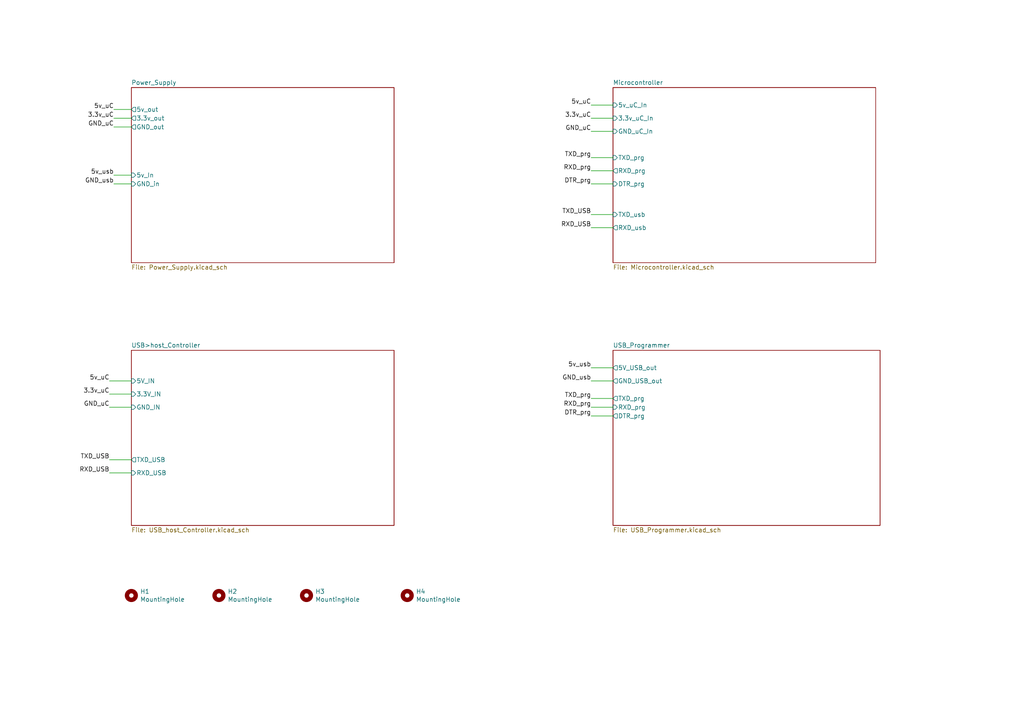
<source format=kicad_sch>
(kicad_sch (version 20211123) (generator eeschema)

  (uuid 700e8b73-5976-423f-a3f3-ab3d9f3e9760)

  (paper "A4")

  (lib_symbols
    (symbol "Mechanical:MountingHole" (pin_names (offset 1.016)) (in_bom yes) (on_board yes)
      (property "Reference" "H" (id 0) (at 0 5.08 0)
        (effects (font (size 1.27 1.27)))
      )
      (property "Value" "MountingHole" (id 1) (at 0 3.175 0)
        (effects (font (size 1.27 1.27)))
      )
      (property "Footprint" "" (id 2) (at 0 0 0)
        (effects (font (size 1.27 1.27)) hide)
      )
      (property "Datasheet" "~" (id 3) (at 0 0 0)
        (effects (font (size 1.27 1.27)) hide)
      )
      (property "ki_keywords" "mounting hole" (id 4) (at 0 0 0)
        (effects (font (size 1.27 1.27)) hide)
      )
      (property "ki_description" "Mounting Hole without connection" (id 5) (at 0 0 0)
        (effects (font (size 1.27 1.27)) hide)
      )
      (property "ki_fp_filters" "MountingHole*" (id 6) (at 0 0 0)
        (effects (font (size 1.27 1.27)) hide)
      )
      (symbol "MountingHole_0_1"
        (circle (center 0 0) (radius 1.27)
          (stroke (width 1.27) (type default) (color 0 0 0 0))
          (fill (type none))
        )
      )
    )
  )


  (wire (pts (xy 31.75 110.49) (xy 38.1 110.49))
    (stroke (width 0) (type default) (color 0 0 0 0))
    (uuid 00f3ea8b-8a54-4e56-84ff-d98f6c00496c)
  )
  (wire (pts (xy 171.45 38.1) (xy 177.8 38.1))
    (stroke (width 0) (type default) (color 0 0 0 0))
    (uuid 1199146e-a60b-416a-b503-e77d6d2892f9)
  )
  (wire (pts (xy 31.75 114.3) (xy 38.1 114.3))
    (stroke (width 0) (type default) (color 0 0 0 0))
    (uuid 221bef83-3ea7-4d3f-adeb-53a8a07c6273)
  )
  (wire (pts (xy 171.45 106.68) (xy 177.8 106.68))
    (stroke (width 0) (type default) (color 0 0 0 0))
    (uuid 2891767f-251c-48c4-91c0-deb1b368f45c)
  )
  (wire (pts (xy 171.45 53.34) (xy 177.8 53.34))
    (stroke (width 0) (type default) (color 0 0 0 0))
    (uuid 3f43d730-2a73-49fe-9672-32428e7f5b49)
  )
  (wire (pts (xy 171.45 118.11) (xy 177.8 118.11))
    (stroke (width 0) (type default) (color 0 0 0 0))
    (uuid 411d4270-c66c-4318-b7fb-1470d34862b8)
  )
  (wire (pts (xy 171.45 30.48) (xy 177.8 30.48))
    (stroke (width 0) (type default) (color 0 0 0 0))
    (uuid 477892a1-722e-4cda-bb6c-fcdb8ba5f93e)
  )
  (wire (pts (xy 171.45 34.29) (xy 177.8 34.29))
    (stroke (width 0) (type default) (color 0 0 0 0))
    (uuid 479331ff-c540-41f4-84e6-b48d65171e59)
  )
  (wire (pts (xy 31.75 118.11) (xy 38.1 118.11))
    (stroke (width 0) (type default) (color 0 0 0 0))
    (uuid 4ba06b66-7669-4c70-b585-f5d4c9c33527)
  )
  (wire (pts (xy 33.02 34.29) (xy 38.1 34.29))
    (stroke (width 0) (type default) (color 0 0 0 0))
    (uuid 61fe4c73-be59-4519-98f1-a634322a841d)
  )
  (wire (pts (xy 33.02 36.83) (xy 38.1 36.83))
    (stroke (width 0) (type default) (color 0 0 0 0))
    (uuid 699feae1-8cdd-4d2b-947f-f24849c73cdb)
  )
  (wire (pts (xy 171.45 110.49) (xy 177.8 110.49))
    (stroke (width 0) (type default) (color 0 0 0 0))
    (uuid 71f92193-19b0-44ed-bc7f-77535083d769)
  )
  (wire (pts (xy 171.45 115.57) (xy 177.8 115.57))
    (stroke (width 0) (type default) (color 0 0 0 0))
    (uuid 795e68e2-c9ba-45cf-9bff-89b8fae05b5a)
  )
  (wire (pts (xy 171.45 66.04) (xy 177.8 66.04))
    (stroke (width 0) (type default) (color 0 0 0 0))
    (uuid 9031bb33-c6aa-4758-bf5c-3274ed3ebab7)
  )
  (wire (pts (xy 31.75 137.16) (xy 38.1 137.16))
    (stroke (width 0) (type default) (color 0 0 0 0))
    (uuid 9186fd02-f30d-4e17-aa38-378ab73e3908)
  )
  (wire (pts (xy 171.45 49.53) (xy 177.8 49.53))
    (stroke (width 0) (type default) (color 0 0 0 0))
    (uuid 98b00c9d-9188-4bce-aa70-92d12dd9cf82)
  )
  (wire (pts (xy 171.45 45.72) (xy 177.8 45.72))
    (stroke (width 0) (type default) (color 0 0 0 0))
    (uuid afd38b10-2eca-4abe-aed1-a96fb07ffdbe)
  )
  (wire (pts (xy 33.02 50.8) (xy 38.1 50.8))
    (stroke (width 0) (type default) (color 0 0 0 0))
    (uuid b6cd701f-4223-4e72-a305-466869ccb250)
  )
  (wire (pts (xy 33.02 31.75) (xy 38.1 31.75))
    (stroke (width 0) (type default) (color 0 0 0 0))
    (uuid c0c2eb8e-f6d1-4506-8e6b-4f995ad74c1f)
  )
  (wire (pts (xy 171.45 120.65) (xy 177.8 120.65))
    (stroke (width 0) (type default) (color 0 0 0 0))
    (uuid c8b92953-cd23-44e6-85ce-083fb8c3f20f)
  )
  (wire (pts (xy 31.75 133.35) (xy 38.1 133.35))
    (stroke (width 0) (type default) (color 0 0 0 0))
    (uuid e7369115-d491-4ef3-be3d-f5298992c3e8)
  )
  (wire (pts (xy 33.02 53.34) (xy 38.1 53.34))
    (stroke (width 0) (type default) (color 0 0 0 0))
    (uuid e7e08b48-3d04-49da-8349-6de530a20c67)
  )
  (wire (pts (xy 171.45 62.23) (xy 177.8 62.23))
    (stroke (width 0) (type default) (color 0 0 0 0))
    (uuid f1a9fb80-4cc4-410f-9616-e19c969dcab5)
  )

  (label "3.3v_uC" (at 31.75 114.3 180)
    (effects (font (size 1.27 1.27)) (justify right bottom))
    (uuid 009b5465-0a65-4237-93e7-eb65321eeb18)
  )
  (label "DTR_prg" (at 171.45 120.65 180)
    (effects (font (size 1.27 1.27)) (justify right bottom))
    (uuid 0520f61d-4522-4301-a3fa-8ed0bf060f69)
  )
  (label "TXD_prg" (at 171.45 115.57 180)
    (effects (font (size 1.27 1.27)) (justify right bottom))
    (uuid 143ed874-a01f-4ced-ba4e-bbb66ddd1f70)
  )
  (label "5v_uC" (at 33.02 31.75 180)
    (effects (font (size 1.27 1.27)) (justify right bottom))
    (uuid 38a501e2-0ee8-439d-bd02-e9e90e7503e9)
  )
  (label "5v_uC" (at 171.45 30.48 180)
    (effects (font (size 1.27 1.27)) (justify right bottom))
    (uuid 4d586a18-26c5-441e-a9ff-8125ee516126)
  )
  (label "TXD_USB" (at 31.75 133.35 180)
    (effects (font (size 1.27 1.27)) (justify right bottom))
    (uuid 60ff6322-62e2-4602-9bc0-7a0f0a5ecfbf)
  )
  (label "RXD_prg" (at 171.45 118.11 180)
    (effects (font (size 1.27 1.27)) (justify right bottom))
    (uuid 8fcec304-c6b1-4655-8326-beacd0476953)
  )
  (label "TXD_USB" (at 171.45 62.23 180)
    (effects (font (size 1.27 1.27)) (justify right bottom))
    (uuid 9186dae5-6dc3-4744-9f90-e697559c6ac8)
  )
  (label "TXD_prg" (at 171.45 45.72 180)
    (effects (font (size 1.27 1.27)) (justify right bottom))
    (uuid 997c2f12-73ba-4c01-9ee0-42e37cbab790)
  )
  (label "5v_usb" (at 171.45 106.68 180)
    (effects (font (size 1.27 1.27)) (justify right bottom))
    (uuid 9bac9ad3-a7b9-47f0-87c7-d8630653df68)
  )
  (label "DTR_prg" (at 171.45 53.34 180)
    (effects (font (size 1.27 1.27)) (justify right bottom))
    (uuid a24ce0e2-fdd3-4e6a-b754-5dee9713dd27)
  )
  (label "RXD_USB" (at 31.75 137.16 180)
    (effects (font (size 1.27 1.27)) (justify right bottom))
    (uuid aa130053-a451-4f12-97f7-3d4d891a5f83)
  )
  (label "GND_usb" (at 33.02 53.34 180)
    (effects (font (size 1.27 1.27)) (justify right bottom))
    (uuid af347946-e3da-4427-87ab-77b747929f50)
  )
  (label "3.3v_uC" (at 171.45 34.29 180)
    (effects (font (size 1.27 1.27)) (justify right bottom))
    (uuid b09666f9-12f1-4ee9-8877-2292c94258ca)
  )
  (label "GND_uC" (at 31.75 118.11 180)
    (effects (font (size 1.27 1.27)) (justify right bottom))
    (uuid b52d6ff3-fef1-496e-8dd5-ebb89b6bce6a)
  )
  (label "5v_uC" (at 31.75 110.49 180)
    (effects (font (size 1.27 1.27)) (justify right bottom))
    (uuid bc0dbc57-3ae8-4ce5-a05c-2d6003bba475)
  )
  (label "RXD_prg" (at 171.45 49.53 180)
    (effects (font (size 1.27 1.27)) (justify right bottom))
    (uuid c8fd9dd3-06ad-4146-9239-0065013959ef)
  )
  (label "GND_uC" (at 171.45 38.1 180)
    (effects (font (size 1.27 1.27)) (justify right bottom))
    (uuid cc15f583-a41b-43af-ba94-a75455506a96)
  )
  (label "5v_usb" (at 33.02 50.8 180)
    (effects (font (size 1.27 1.27)) (justify right bottom))
    (uuid d88958ac-68cd-4955-a63f-0eaa329dec86)
  )
  (label "GND_uC" (at 33.02 36.83 180)
    (effects (font (size 1.27 1.27)) (justify right bottom))
    (uuid e5864fe6-2a71-47f0-90ce-38c3f8901580)
  )
  (label "3.3v_uC" (at 33.02 34.29 180)
    (effects (font (size 1.27 1.27)) (justify right bottom))
    (uuid f9c81c26-f253-4227-a69f-53e64841cfbe)
  )
  (label "GND_usb" (at 171.45 110.49 180)
    (effects (font (size 1.27 1.27)) (justify right bottom))
    (uuid fd3499d5-6fd2-49a4-bdb0-109cee899fde)
  )
  (label "RXD_USB" (at 171.45 66.04 180)
    (effects (font (size 1.27 1.27)) (justify right bottom))
    (uuid fea7c5d1-76d6-41a0-b5e3-29889dbb8ce0)
  )

  (symbol (lib_id "Mechanical:MountingHole") (at 38.1 172.72 0) (unit 1)
    (in_bom yes) (on_board yes)
    (uuid 00000000-0000-0000-0000-000060fda7d9)
    (property "Reference" "H1" (id 0) (at 40.64 171.5516 0)
      (effects (font (size 1.27 1.27)) (justify left))
    )
    (property "Value" "MountingHole" (id 1) (at 40.64 173.863 0)
      (effects (font (size 1.27 1.27)) (justify left))
    )
    (property "Footprint" "MountingHole:MountingHole_3.2mm_M3" (id 2) (at 38.1 172.72 0)
      (effects (font (size 1.27 1.27)) hide)
    )
    (property "Datasheet" "~" (id 3) (at 38.1 172.72 0)
      (effects (font (size 1.27 1.27)) hide)
    )
  )

  (symbol (lib_id "Mechanical:MountingHole") (at 63.5 172.72 0) (unit 1)
    (in_bom yes) (on_board yes)
    (uuid 00000000-0000-0000-0000-000060fda9f0)
    (property "Reference" "H2" (id 0) (at 66.04 171.5516 0)
      (effects (font (size 1.27 1.27)) (justify left))
    )
    (property "Value" "MountingHole" (id 1) (at 66.04 173.863 0)
      (effects (font (size 1.27 1.27)) (justify left))
    )
    (property "Footprint" "MountingHole:MountingHole_3.2mm_M3" (id 2) (at 63.5 172.72 0)
      (effects (font (size 1.27 1.27)) hide)
    )
    (property "Datasheet" "~" (id 3) (at 63.5 172.72 0)
      (effects (font (size 1.27 1.27)) hide)
    )
  )

  (symbol (lib_id "Mechanical:MountingHole") (at 88.9 172.72 0) (unit 1)
    (in_bom yes) (on_board yes)
    (uuid 00000000-0000-0000-0000-000060fdab76)
    (property "Reference" "H3" (id 0) (at 91.44 171.5516 0)
      (effects (font (size 1.27 1.27)) (justify left))
    )
    (property "Value" "MountingHole" (id 1) (at 91.44 173.863 0)
      (effects (font (size 1.27 1.27)) (justify left))
    )
    (property "Footprint" "MountingHole:MountingHole_3.2mm_M3" (id 2) (at 88.9 172.72 0)
      (effects (font (size 1.27 1.27)) hide)
    )
    (property "Datasheet" "~" (id 3) (at 88.9 172.72 0)
      (effects (font (size 1.27 1.27)) hide)
    )
  )

  (symbol (lib_id "Mechanical:MountingHole") (at 118.11 172.72 0) (unit 1)
    (in_bom yes) (on_board yes)
    (uuid 00000000-0000-0000-0000-000060fdad4c)
    (property "Reference" "H4" (id 0) (at 120.65 171.5516 0)
      (effects (font (size 1.27 1.27)) (justify left))
    )
    (property "Value" "MountingHole" (id 1) (at 120.65 173.863 0)
      (effects (font (size 1.27 1.27)) (justify left))
    )
    (property "Footprint" "MountingHole:MountingHole_3.2mm_M3" (id 2) (at 118.11 172.72 0)
      (effects (font (size 1.27 1.27)) hide)
    )
    (property "Datasheet" "~" (id 3) (at 118.11 172.72 0)
      (effects (font (size 1.27 1.27)) hide)
    )
  )

  (sheet (at 38.1 25.4) (size 76.2 50.8) (fields_autoplaced)
    (stroke (width 0) (type solid) (color 0 0 0 0))
    (fill (color 0 0 0 0.0000))
    (uuid 00000000-0000-0000-0000-000060fceb3b)
    (property "Sheet name" "Power_Supply" (id 0) (at 38.1 24.6884 0)
      (effects (font (size 1.27 1.27)) (justify left bottom))
    )
    (property "Sheet file" "Power_Supply.kicad_sch" (id 1) (at 38.1 76.7846 0)
      (effects (font (size 1.27 1.27)) (justify left top))
    )
    (pin "5v_out" output (at 38.1 31.75 180)
      (effects (font (size 1.27 1.27)) (justify left))
      (uuid f7667b23-296e-4362-a7e3-949632c8954b)
    )
    (pin "3.3v_out" output (at 38.1 34.29 180)
      (effects (font (size 1.27 1.27)) (justify left))
      (uuid b873bc5d-a9af-4bd9-afcb-87ce4d417120)
    )
    (pin "GND_out" output (at 38.1 36.83 180)
      (effects (font (size 1.27 1.27)) (justify left))
      (uuid 03c7f780-fc1b-487a-b30d-567d6c09fdc8)
    )
    (pin "5v_In" input (at 38.1 50.8 180)
      (effects (font (size 1.27 1.27)) (justify left))
      (uuid c04386e0-b49e-4fff-b380-675af13a62cb)
    )
    (pin "GND_in" input (at 38.1 53.34 180)
      (effects (font (size 1.27 1.27)) (justify left))
      (uuid b9bb0e73-161a-4d06-b6eb-a9f66d8a95f5)
    )
  )

  (sheet (at 177.8 25.4) (size 76.2 50.8) (fields_autoplaced)
    (stroke (width 0) (type solid) (color 0 0 0 0))
    (fill (color 0 0 0 0.0000))
    (uuid 00000000-0000-0000-0000-000060fceba1)
    (property "Sheet name" "Microcontroller" (id 0) (at 177.8 24.6884 0)
      (effects (font (size 1.27 1.27)) (justify left bottom))
    )
    (property "Sheet file" "Microcontroller.kicad_sch" (id 1) (at 177.8 76.7846 0)
      (effects (font (size 1.27 1.27)) (justify left top))
    )
    (pin "5v_uC_In" input (at 177.8 30.48 180)
      (effects (font (size 1.27 1.27)) (justify left))
      (uuid e0f06b5c-de63-4833-a591-ca9e19217a35)
    )
    (pin "3.3v_uC_In" input (at 177.8 34.29 180)
      (effects (font (size 1.27 1.27)) (justify left))
      (uuid 8195a7cf-4576-44dd-9e0e-ee048fdb93dd)
    )
    (pin "GND_uC_In" input (at 177.8 38.1 180)
      (effects (font (size 1.27 1.27)) (justify left))
      (uuid e7bb7815-0d52-4bb8-b29a-8cf960bd2905)
    )
    (pin "TXD_prg" input (at 177.8 45.72 180)
      (effects (font (size 1.27 1.27)) (justify left))
      (uuid d2d7bea6-0c22-495f-8666-323b30e03150)
    )
    (pin "RXD_prg" output (at 177.8 49.53 180)
      (effects (font (size 1.27 1.27)) (justify left))
      (uuid 0f324b67-75ef-407f-8dbc-3c1fc5c2abba)
    )
    (pin "DTR_prg" input (at 177.8 53.34 180)
      (effects (font (size 1.27 1.27)) (justify left))
      (uuid 1c68b844-c861-46b7-b734-0242168a4220)
    )
    (pin "TXD_usb" input (at 177.8 62.23 180)
      (effects (font (size 1.27 1.27)) (justify left))
      (uuid 4b03e854-02fe-44cc-bece-f8268b7cae54)
    )
    (pin "RXD_usb" output (at 177.8 66.04 180)
      (effects (font (size 1.27 1.27)) (justify left))
      (uuid b5071759-a4d7-4769-be02-251f23cd4454)
    )
  )

  (sheet (at 38.1 101.6) (size 76.2 50.8) (fields_autoplaced)
    (stroke (width 0) (type solid) (color 0 0 0 0))
    (fill (color 0 0 0 0.0000))
    (uuid 00000000-0000-0000-0000-000060fcec4c)
    (property "Sheet name" "USB>host_Controller" (id 0) (at 38.1 100.8884 0)
      (effects (font (size 1.27 1.27)) (justify left bottom))
    )
    (property "Sheet file" "USB_host_Controller.kicad_sch" (id 1) (at 38.1 152.9846 0)
      (effects (font (size 1.27 1.27)) (justify left top))
    )
    (pin "5V_IN" input (at 38.1 110.49 180)
      (effects (font (size 1.27 1.27)) (justify left))
      (uuid 224768bc-6009-43ba-aa4a-70cbaa15b5a3)
    )
    (pin "3.3V_IN" input (at 38.1 114.3 180)
      (effects (font (size 1.27 1.27)) (justify left))
      (uuid fef37e8b-0ff0-4da2-8a57-acaf19551d1a)
    )
    (pin "GND_IN" input (at 38.1 118.11 180)
      (effects (font (size 1.27 1.27)) (justify left))
      (uuid d21cc5e4-177a-4e1d-a8d5-060ed33e5b8e)
    )
    (pin "TXD_USB" output (at 38.1 133.35 180)
      (effects (font (size 1.27 1.27)) (justify left))
      (uuid 89c0bc4d-eee5-4a77-ac35-d30b35db5cbe)
    )
    (pin "RXD_USB" input (at 38.1 137.16 180)
      (effects (font (size 1.27 1.27)) (justify left))
      (uuid e1c30a32-820e-4b17-aec9-5cb8b76f0ccc)
    )
  )

  (sheet (at 177.8 101.6) (size 77.47 50.8) (fields_autoplaced)
    (stroke (width 0) (type solid) (color 0 0 0 0))
    (fill (color 0 0 0 0.0000))
    (uuid 00000000-0000-0000-0000-000060fceda2)
    (property "Sheet name" "USB_Programmer" (id 0) (at 177.8 100.8884 0)
      (effects (font (size 1.27 1.27)) (justify left bottom))
    )
    (property "Sheet file" "USB_Programmer.kicad_sch" (id 1) (at 177.8 152.9846 0)
      (effects (font (size 1.27 1.27)) (justify left top))
    )
    (pin "5V_USB_out" output (at 177.8 106.68 180)
      (effects (font (size 1.27 1.27)) (justify left))
      (uuid 34d03349-6d78-4165-a683-2d8b76f2bae8)
    )
    (pin "GND_USB_out" output (at 177.8 110.49 180)
      (effects (font (size 1.27 1.27)) (justify left))
      (uuid bb4b1afc-c46e-451d-8dad-36b7dec82f26)
    )
    (pin "TXD_prg" output (at 177.8 115.57 180)
      (effects (font (size 1.27 1.27)) (justify left))
      (uuid 37b6c6d6-3e12-4736-912a-ea6e2bf06721)
    )
    (pin "RXD_prg" input (at 177.8 118.11 180)
      (effects (font (size 1.27 1.27)) (justify left))
      (uuid 86dc7a78-7d51-4111-9eea-8a8f7977eb16)
    )
    (pin "DTR_prg" output (at 177.8 120.65 180)
      (effects (font (size 1.27 1.27)) (justify left))
      (uuid e32ee344-1030-4498-9cac-bfbf7540faf4)
    )
  )

  (sheet_instances
    (path "/" (page "1"))
    (path "/00000000-0000-0000-0000-000060fceba1" (page "2"))
    (path "/00000000-0000-0000-0000-000060fceb3b" (page "3"))
    (path "/00000000-0000-0000-0000-000060fcec4c" (page "4"))
    (path "/00000000-0000-0000-0000-000060fceda2" (page "5"))
  )

  (symbol_instances
    (path "/00000000-0000-0000-0000-000060fceb3b/00000000-0000-0000-0000-000060fee250"
      (reference "#PWR01") (unit 1) (value "GND") (footprint "")
    )
    (path "/00000000-0000-0000-0000-000060fceb3b/00000000-0000-0000-0000-000060ff281b"
      (reference "#PWR02") (unit 1) (value "GND") (footprint "")
    )
    (path "/00000000-0000-0000-0000-000060fceb3b/00000000-0000-0000-0000-000060ff5374"
      (reference "#PWR03") (unit 1) (value "GND") (footprint "")
    )
    (path "/00000000-0000-0000-0000-000060fceb3b/00000000-0000-0000-0000-00006100c54a"
      (reference "#PWR04") (unit 1) (value "GND") (footprint "")
    )
    (path "/00000000-0000-0000-0000-000060fceb3b/00000000-0000-0000-0000-000061006e7a"
      (reference "#PWR05") (unit 1) (value "GND") (footprint "")
    )
    (path "/00000000-0000-0000-0000-000060fceb3b/00000000-0000-0000-0000-0000610093f7"
      (reference "#PWR06") (unit 1) (value "GND") (footprint "")
    )
    (path "/00000000-0000-0000-0000-000060fceba1/00000000-0000-0000-0000-000061036493"
      (reference "BZ1") (unit 1) (value "Buzzer") (footprint "Buzzer_Beeper:Buzzer_12x9.5RM7.6")
    )
    (path "/00000000-0000-0000-0000-000060fceb3b/00000000-0000-0000-0000-000060feeeb9"
      (reference "C1") (unit 1) (value "10uf") (footprint "Capacitor_SMD:C_0805_2012Metric")
    )
    (path "/00000000-0000-0000-0000-000060fceb3b/00000000-0000-0000-0000-000060ff2ce4"
      (reference "C2") (unit 1) (value "10uf") (footprint "Capacitor_SMD:C_0805_2012Metric")
    )
    (path "/00000000-0000-0000-0000-000060fceb3b/00000000-0000-0000-0000-000060fee7ca"
      (reference "C3") (unit 1) (value "0.1uf") (footprint "Capacitor_SMD:C_0805_2012Metric")
    )
    (path "/00000000-0000-0000-0000-000060fceb3b/00000000-0000-0000-0000-000060ff3018"
      (reference "C4") (unit 1) (value "0.1uf") (footprint "Capacitor_SMD:C_0805_2012Metric")
    )
    (path "/00000000-0000-0000-0000-000060fceb3b/00000000-0000-0000-0000-000060fefa20"
      (reference "C5") (unit 1) (value "1uf") (footprint "Capacitor_SMD:C_0805_2012Metric")
    )
    (path "/00000000-0000-0000-0000-000060fceb3b/00000000-0000-0000-0000-000060ff3332"
      (reference "C6") (unit 1) (value "1uf") (footprint "Capacitor_SMD:C_0805_2012Metric")
    )
    (path "/00000000-0000-0000-0000-000060fceb3b/00000000-0000-0000-0000-000060ff042f"
      (reference "C7") (unit 1) (value "0.1uf") (footprint "Capacitor_SMD:C_0805_2012Metric")
    )
    (path "/00000000-0000-0000-0000-000060fceb3b/00000000-0000-0000-0000-000060ff36d9"
      (reference "C8") (unit 1) (value "0.1uf") (footprint "Capacitor_SMD:C_0805_2012Metric")
    )
    (path "/00000000-0000-0000-0000-000060fceda2/00000000-0000-0000-0000-000061025198"
      (reference "C9") (unit 1) (value "10uf") (footprint "Capacitor_SMD:C_0805_2012Metric")
    )
    (path "/00000000-0000-0000-0000-000060fceda2/00000000-0000-0000-0000-000061024b6a"
      (reference "C10") (unit 1) (value "0.1uf") (footprint "Capacitor_SMD:C_0805_2012Metric")
    )
    (path "/00000000-0000-0000-0000-000060fceda2/00000000-0000-0000-0000-000061029568"
      (reference "C11") (unit 1) (value "0.1uf") (footprint "Capacitor_SMD:C_0805_2012Metric")
    )
    (path "/00000000-0000-0000-0000-000060fceda2/00000000-0000-0000-0000-00006102202f"
      (reference "C12") (unit 1) (value "0.1uf") (footprint "Capacitor_SMD:C_0805_2012Metric")
    )
    (path "/00000000-0000-0000-0000-000060fceda2/00000000-0000-0000-0000-00006101abbb"
      (reference "C13") (unit 1) (value "0.1uf") (footprint "Capacitor_SMD:C_0805_2012Metric")
    )
    (path "/00000000-0000-0000-0000-000060fcec4c/00000000-0000-0000-0000-0000610609f8"
      (reference "C14") (unit 1) (value "10uf") (footprint "Capacitor_SMD:C_0805_2012Metric")
    )
    (path "/00000000-0000-0000-0000-000060fcec4c/00000000-0000-0000-0000-000061062d9a"
      (reference "C15") (unit 1) (value "22pf") (footprint "Capacitor_SMD:C_0805_2012Metric")
    )
    (path "/00000000-0000-0000-0000-000060fcec4c/00000000-0000-0000-0000-00006106361f"
      (reference "C16") (unit 1) (value "22pf") (footprint "Capacitor_SMD:C_0805_2012Metric")
    )
    (path "/00000000-0000-0000-0000-000060fcec4c/00000000-0000-0000-0000-00006105d907"
      (reference "C17") (unit 1) (value "10nf") (footprint "Capacitor_SMD:C_0805_2012Metric")
    )
    (path "/00000000-0000-0000-0000-000060fcec4c/00000000-0000-0000-0000-00006106b140"
      (reference "C18") (unit 1) (value "1uf") (footprint "Capacitor_SMD:C_0805_2012Metric")
    )
    (path "/00000000-0000-0000-0000-000060fcec4c/00000000-0000-0000-0000-0000610692ae"
      (reference "C19") (unit 1) (value "0.1uf") (footprint "Capacitor_SMD:C_0805_2012Metric")
    )
    (path "/00000000-0000-0000-0000-000060fceba1/00000000-0000-0000-0000-00006100ed1a"
      (reference "C20") (unit 1) (value "0.1uf") (footprint "Capacitor_SMD:C_0805_2012Metric")
    )
    (path "/00000000-0000-0000-0000-000060fceba1/00000000-0000-0000-0000-00006100beaf"
      (reference "C21") (unit 1) (value "22pf") (footprint "Capacitor_SMD:C_0805_2012Metric")
    )
    (path "/00000000-0000-0000-0000-000060fceba1/00000000-0000-0000-0000-00006100c41a"
      (reference "C22") (unit 1) (value "22pf") (footprint "Capacitor_SMD:C_0805_2012Metric")
    )
    (path "/00000000-0000-0000-0000-000060fceba1/00000000-0000-0000-0000-0000610577fb"
      (reference "C23") (unit 1) (value "0.1uf") (footprint "Capacitor_SMD:C_0805_2012Metric")
    )
    (path "/00000000-0000-0000-0000-000060fceba1/00000000-0000-0000-0000-000061057cdc"
      (reference "C24") (unit 1) (value "10uf") (footprint "Capacitor_SMD:C_0805_2012Metric")
    )
    (path "/00000000-0000-0000-0000-000060fceba1/00000000-0000-0000-0000-000061061e84"
      (reference "C25") (unit 1) (value "0.01uf") (footprint "Capacitor_SMD:C_0805_2012Metric")
    )
    (path "/00000000-0000-0000-0000-000060fceba1/00000000-0000-0000-0000-000061062243"
      (reference "C26") (unit 1) (value "1uf") (footprint "Capacitor_SMD:C_0805_2012Metric")
    )
    (path "/00000000-0000-0000-0000-000060fceba1/00000000-0000-0000-0000-00006106d4d2"
      (reference "C27") (unit 1) (value "0.1uf") (footprint "Capacitor_SMD:C_0805_2012Metric")
    )
    (path "/00000000-0000-0000-0000-000060fceb3b/00000000-0000-0000-0000-000060fedd26"
      (reference "D1") (unit 1) (value "DIODE") (footprint "Diode_SMD:D_SOD-323_HandSoldering")
    )
    (path "/00000000-0000-0000-0000-000060fceb3b/00000000-0000-0000-0000-00006100a0d4"
      (reference "D2") (unit 1) (value "LED") (footprint "LED_SMD:LED_0805_2012Metric")
    )
    (path "/00000000-0000-0000-0000-000060fceda2/00000000-0000-0000-0000-00006102e746"
      (reference "D3") (unit 1) (value "LED") (footprint "LED_SMD:LED_0805_2012Metric")
    )
    (path "/00000000-0000-0000-0000-000060fceda2/00000000-0000-0000-0000-00006101c656"
      (reference "D4") (unit 1) (value "LED") (footprint "LED_SMD:LED_0805_2012Metric")
    )
    (path "/00000000-0000-0000-0000-000060fceda2/00000000-0000-0000-0000-00006101e217"
      (reference "D5") (unit 1) (value "LED") (footprint "LED_SMD:LED_0805_2012Metric")
    )
    (path "/00000000-0000-0000-0000-000060fcec4c/00000000-0000-0000-0000-00006105c12e"
      (reference "D6") (unit 1) (value "LED") (footprint "LED_SMD:LED_0805_2012Metric")
    )
    (path "/00000000-0000-0000-0000-000060fceba1/00000000-0000-0000-0000-00006100b1e9"
      (reference "FB1") (unit 1) (value "Ferrite_Bead_Small") (footprint "Inductor_SMD:L_0805_2012Metric")
    )
    (path "/00000000-0000-0000-0000-000060fda7d9"
      (reference "H1") (unit 1) (value "MountingHole") (footprint "MountingHole:MountingHole_3.2mm_M3")
    )
    (path "/00000000-0000-0000-0000-000060fda9f0"
      (reference "H2") (unit 1) (value "MountingHole") (footprint "MountingHole:MountingHole_3.2mm_M3")
    )
    (path "/00000000-0000-0000-0000-000060fdab76"
      (reference "H3") (unit 1) (value "MountingHole") (footprint "MountingHole:MountingHole_3.2mm_M3")
    )
    (path "/00000000-0000-0000-0000-000060fdad4c"
      (reference "H4") (unit 1) (value "MountingHole") (footprint "MountingHole:MountingHole_3.2mm_M3")
    )
    (path "/00000000-0000-0000-0000-000060fcec4c/00000000-0000-0000-0000-000060fd7702"
      (reference "J1") (unit 1) (value "USB_A") (footprint "Connector_USB:USB_A_Molex_67643_Horizontal")
    )
    (path "/00000000-0000-0000-0000-000060fceda2/00000000-0000-0000-0000-000060fd7d57"
      (reference "J2") (unit 1) (value "USB_B") (footprint "Connector_USB:USB_B_OST_USB-B1HSxx_Horizontal")
    )
    (path "/00000000-0000-0000-0000-000060fceba1/00000000-0000-0000-0000-000060fea336"
      (reference "J3") (unit 1) (value "Conn_01x10") (footprint "Connector_JST:JST_XH_B10B-XH-AM_1x10_P2.50mm_Vertical")
    )
    (path "/00000000-0000-0000-0000-000060fceb3b/00000000-0000-0000-0000-000060fed82d"
      (reference "J4") (unit 1) (value "Conn_01x02") (footprint "Connector_JST:JST_XH_B2B-XH-AM_1x02_P2.50mm_Vertical")
    )
    (path "/00000000-0000-0000-0000-000060fceb3b/00000000-0000-0000-0000-000060ff12b6"
      (reference "J5") (unit 1) (value "Conn_01x02_Male") (footprint "Connector_PinSocket_2.54mm:PinSocket_1x02_P2.54mm_Vertical")
    )
    (path "/00000000-0000-0000-0000-000060fceda2/00000000-0000-0000-0000-000061013ba9"
      (reference "J6") (unit 1) (value "Conn_01x02_Male") (footprint "Connector_PinSocket_2.54mm:PinSocket_1x02_P2.54mm_Vertical")
    )
    (path "/00000000-0000-0000-0000-000060fceba1/00000000-0000-0000-0000-0000610ad351"
      (reference "J7") (unit 1) (value "Conn_01x04") (footprint "Connector_PinSocket_2.54mm:PinSocket_1x04_P2.54mm_Horizontal")
    )
    (path "/00000000-0000-0000-0000-000060fceba1/00000000-0000-0000-0000-0000610ac63e"
      (reference "J8") (unit 1) (value "Conn_01x04") (footprint "Connector_PinSocket_2.54mm:PinSocket_1x04_P2.54mm_Horizontal")
    )
    (path "/00000000-0000-0000-0000-000060fceba1/00000000-0000-0000-0000-00006103e1a8"
      (reference "J9") (unit 1) (value "Conn_02x03_Odd_Even") (footprint "Connector_PinSocket_2.54mm:PinSocket_2x03_P2.54mm_Vertical")
    )
    (path "/00000000-0000-0000-0000-000060fceba1/00000000-0000-0000-0000-00006108504b"
      (reference "J10") (unit 1) (value "Conn_01x10") (footprint "Connector_JST:JST_XH_B10B-XH-AM_1x10_P2.50mm_Vertical")
    )
    (path "/00000000-0000-0000-0000-000060fcec4c/00000000-0000-0000-0000-00006105fb01"
      (reference "JP1") (unit 1) (value "SolderJumper_2_Open") (footprint "Jumper:SolderJumper-2_P1.3mm_Open_RoundedPad1.0x1.5mm")
    )
    (path "/00000000-0000-0000-0000-000060fceb3b/00000000-0000-0000-0000-00006100a91b"
      (reference "R1") (unit 1) (value "1k") (footprint "Resistor_SMD:R_0805_2012Metric")
    )
    (path "/00000000-0000-0000-0000-000060fceda2/00000000-0000-0000-0000-000061012e17"
      (reference "R2") (unit 1) (value "0R") (footprint "Resistor_SMD:R_0805_2012Metric")
    )
    (path "/00000000-0000-0000-0000-000060fceda2/00000000-0000-0000-0000-0000610156af"
      (reference "R3") (unit 1) (value "0R") (footprint "Resistor_SMD:R_0805_2012Metric")
    )
    (path "/00000000-0000-0000-0000-000060fceda2/00000000-0000-0000-0000-000061015e27"
      (reference "R4") (unit 1) (value "0R") (footprint "Resistor_SMD:R_0805_2012Metric")
    )
    (path "/00000000-0000-0000-0000-000060fceda2/00000000-0000-0000-0000-00006102e03e"
      (reference "R5") (unit 1) (value "1k") (footprint "Resistor_SMD:R_0805_2012Metric")
    )
    (path "/00000000-0000-0000-0000-000060fceda2/00000000-0000-0000-0000-00006101ccd0"
      (reference "R6") (unit 1) (value "1k") (footprint "Resistor_SMD:R_0805_2012Metric")
    )
    (path "/00000000-0000-0000-0000-000060fceda2/00000000-0000-0000-0000-00006101def9"
      (reference "R7") (unit 1) (value "1k") (footprint "Resistor_SMD:R_0805_2012Metric")
    )
    (path "/00000000-0000-0000-0000-000060fcec4c/00000000-0000-0000-0000-000061057f1e"
      (reference "R8") (unit 1) (value "0R") (footprint "Resistor_SMD:R_0805_2012Metric")
    )
    (path "/00000000-0000-0000-0000-000060fcec4c/00000000-0000-0000-0000-0000610596e4"
      (reference "R9") (unit 1) (value "0R") (footprint "Resistor_SMD:R_0805_2012Metric")
    )
    (path "/00000000-0000-0000-0000-000060fcec4c/00000000-0000-0000-0000-00006105a5c0"
      (reference "R10") (unit 1) (value "0R") (footprint "Resistor_SMD:R_0805_2012Metric")
    )
    (path "/00000000-0000-0000-0000-000060fcec4c/00000000-0000-0000-0000-00006105b67a"
      (reference "R11") (unit 1) (value "1k") (footprint "Resistor_SMD:R_0805_2012Metric")
    )
    (path "/00000000-0000-0000-0000-000060fceba1/00000000-0000-0000-0000-00006101013e"
      (reference "R12") (unit 1) (value "10k") (footprint "Resistor_SMD:R_0805_2012Metric")
    )
    (path "/00000000-0000-0000-0000-000060fceba1/00000000-0000-0000-0000-00006102dd13"
      (reference "R13") (unit 1) (value "4.7k") (footprint "Resistor_SMD:R_0805_2012Metric")
    )
    (path "/00000000-0000-0000-0000-000060fceba1/00000000-0000-0000-0000-0000610306e2"
      (reference "R14") (unit 1) (value "4.7k") (footprint "Resistor_SMD:R_0805_2012Metric")
    )
    (path "/00000000-0000-0000-0000-000060fceba1/00000000-0000-0000-0000-000061036e6b"
      (reference "R15") (unit 1) (value "100R") (footprint "Resistor_SMD:R_0805_2012Metric")
    )
    (path "/00000000-0000-0000-0000-000060fceba1/00000000-0000-0000-0000-000061019f1d"
      (reference "R16") (unit 1) (value "0R") (footprint "Resistor_SMD:R_0805_2012Metric")
    )
    (path "/00000000-0000-0000-0000-000060fceba1/00000000-0000-0000-0000-00006101bd10"
      (reference "R17") (unit 1) (value "0R") (footprint "Resistor_SMD:R_0805_2012Metric")
    )
    (path "/00000000-0000-0000-0000-000060fceba1/00000000-0000-0000-0000-00006101e2cb"
      (reference "R18") (unit 1) (value "0R") (footprint "Resistor_SMD:R_0805_2012Metric")
    )
    (path "/00000000-0000-0000-0000-000060fceba1/00000000-0000-0000-0000-000060fcf022"
      (reference "U1") (unit 1) (value "ATmega2560-16AU") (footprint "Package_QFP:TQFP-100_14x14mm_P0.5mm")
    )
    (path "/00000000-0000-0000-0000-000060fceb3b/00000000-0000-0000-0000-000060fd9a45"
      (reference "U2") (unit 1) (value "AMS1117-5.0") (footprint "Package_TO_SOT_SMD:SOT-223-3_TabPin2")
    )
    (path "/00000000-0000-0000-0000-000060fceb3b/00000000-0000-0000-0000-000060fd8c78"
      (reference "U3") (unit 1) (value "AMS1117-3.3") (footprint "Package_TO_SOT_SMD:SOT-223-3_TabPin2")
    )
    (path "/00000000-0000-0000-0000-000060fcec4c/00000000-0000-0000-0000-000060fd701a"
      (reference "U4") (unit 1) (value "CH376S") (footprint "Package_SO:SOIC-28W_7.5x17.9mm_P1.27mm")
    )
    (path "/00000000-0000-0000-0000-000060fceda2/00000000-0000-0000-0000-000060fd8344"
      (reference "U5") (unit 1) (value "FT232RL") (footprint "Package_SO:SSOP-28_5.3x10.2mm_P0.65mm")
    )
    (path "/00000000-0000-0000-0000-000060fcec4c/00000000-0000-0000-0000-000061062639"
      (reference "Y1") (unit 1) (value "12MHz") (footprint "Crystal:Crystal_HC49-4H_Vertical")
    )
    (path "/00000000-0000-0000-0000-000060fceba1/00000000-0000-0000-0000-00006100baed"
      (reference "Y2") (unit 1) (value "16MHz") (footprint "Crystal:Crystal_HC49-4H_Vertical")
    )
  )
)

</source>
